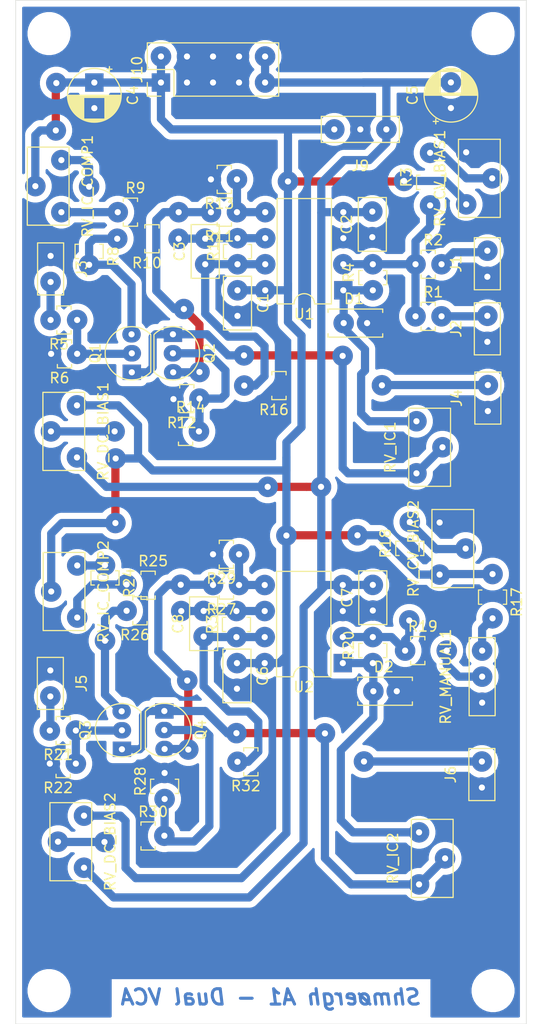
<source format=kicad_pcb>
(kicad_pcb (version 20171130) (host pcbnew "(5.1.7-0-10_14)")
  (layers (0 F.Cu signal) (31 B.Cu signal) (34 B.Paste user) (35 F.Paste user) (36 B.SilkS user) (37 F.SilkS user hide) (38 B.Mask user) (39 F.Mask user) (44 Edge.Cuts user))
  (net 0 "")
  (net 1 GND)
  (net 2 +12V)
  (net 3 -12V)
  (net 4 "Net-(C3-Pad1)")
  (net 5 "Net-(C3-Pad2)")
  (net 6 "Net-(C8-Pad2)")
  (net 7 "Net-(C8-Pad1)")
  (net 8 "Net-(D1-Pad1)")
  (net 9 "Net-(D2-Pad1)")
  (net 10 "Net-(J1-Pad1)")
  (net 11 "Net-(J2-Pad1)")
  (net 12 "Net-(J3-Pad1)")
  (net 13 "Net-(J4-Pad1)")
  (net 14 "Net-(J5-Pad1)")
  (net 15 "Net-(J6-Pad1)")
  (net 16 "Net-(Q1-Pad1)")
  (net 17 "Net-(Q1-Pad3)")
  (net 18 "Net-(Q1-Pad2)")
  (net 19 "Net-(Q2-Pad2)")
  (net 20 "Net-(Q2-Pad3)")
  (net 21 "Net-(Q3-Pad1)")
  (net 22 "Net-(Q3-Pad3)")
  (net 23 "Net-(Q3-Pad2)")
  (net 24 "Net-(Q4-Pad2)")
  (net 25 "Net-(Q4-Pad3)")
  (net 26 "Net-(R1-Pad1)")
  (net 27 "Net-(R3-Pad2)")
  (net 28 "Net-(R8-Pad1)")
  (net 29 "Net-(R9-Pad1)")
  (net 30 "Net-(R11-Pad1)")
  (net 31 "Net-(R14-Pad1)")
  (net 32 "Net-(R17-Pad2)")
  (net 33 "Net-(R18-Pad2)")
  (net 34 "Net-(R18-Pad1)")
  (net 35 "Net-(R19-Pad2)")
  (net 36 "Net-(R24-Pad1)")
  (net 37 "Net-(R25-Pad1)")
  (net 38 "Net-(R27-Pad1)")
  (net 39 "Net-(R30-Pad1)")
  (module Zimo_Manual_PCB:R_Axial_Vertical (layer F.Cu) (at 113.3348 84.582 180)
    (fp_text reference R12 (at 1.7272 -2.3622) (layer F.SilkS))
    (fp_text value 220)
    (pad 1 thru_hole circle (at 0 0 180) (size 2 2) (drill 0.6) (layers *.Cu *.Mask) (net 19 "Net-(Q2-Pad2)"))
    (pad 2 thru_hole oval (at 2.54 -0.0508 180) (size 2 2) (drill 0.6) (layers *.Cu *.Mask) (net 1 GND))
  )
  (module MountingHole:MountingHole_3mm (layer F.Cu) (at 98.6536 142.3416)
    (fp_text reference REF** hide)
    (fp_text value MountingHole_3mm hide)
    (pad 1 np_thru_hole circle (at 0 0) (size 3 3) (drill 3) (layers *.Cu *.Mask))
  )
  (module MountingHole:MountingHole_3mm (layer F.Cu) (at 141.986 142.3416)
    (fp_text reference REF** hide)
    (fp_text value MountingHole_3mm hide)
    (pad 1 np_thru_hole circle (at 0 0) (size 3 3) (drill 3) (layers *.Cu *.Mask))
  )
  (module MountingHole:MountingHole_3mm (layer F.Cu) (at 141.986 48.9712)
    (fp_text reference REF** hide)
    (fp_text value MountingHole_3mm hide)
    (pad 1 np_thru_hole circle (at 0 0) (size 3 3) (drill 3) (layers *.Cu *.Mask))
  )
  (module MountingHole:MountingHole_3mm (layer F.Cu) (at 98.6536 48.9712)
    (fp_text reference REF** hide)
    (fp_text value MountingHole_3mm hide)
    (pad 1 np_thru_hole circle (at 0 0) (size 3 3) (drill 3) (layers *.Cu *.Mask))
  )
  (module Zimo_Manual_PCB:C_Disc_D5.0mm_W2.5mm_P2.50mm (layer F.Cu) (at 117.0432 74.0156 270)
    (fp_text reference C1 (at 1.25 -2.5 90) (layer F.SilkS))
    (fp_text value 100n)
    (pad 2 thru_hole circle (at 2.5 0 270) (size 2 2) (drill 0.6) (layers *.Cu *.Mask) (net 1 GND))
    (pad 1 thru_hole circle (at 0 0 270) (size 2 2) (drill 0.6) (layers *.Cu *.Mask) (net 2 +12V))
  )
  (module Zimo_Manual_PCB:C_Disc_D5.0mm_W2.5mm_P2.50mm (layer F.Cu) (at 130.2004 68.834 90)
    (fp_text reference C2 (at 1.25 -2.5 90) (layer F.SilkS))
    (fp_text value 100n)
    (pad 2 thru_hole circle (at 2.5 0 90) (size 2 2) (drill 0.6) (layers *.Cu *.Mask) (net 3 -12V))
    (pad 1 thru_hole circle (at 0 0 90) (size 2 2) (drill 0.6) (layers *.Cu *.Mask) (net 1 GND))
  )
  (module Zimo_Manual_PCB:C_Disc_D5.0mm_W2.5mm_P2.50mm (layer F.Cu) (at 113.8936 71.4756 90)
    (fp_text reference C3 (at 1.25 -2.5 90) (layer F.SilkS))
    (fp_text value 47p)
    (pad 1 thru_hole circle (at 0 0 90) (size 2 2) (drill 0.6) (layers *.Cu *.Mask) (net 4 "Net-(C3-Pad1)"))
    (pad 2 thru_hole circle (at 2.5 0 90) (size 2 2) (drill 0.6) (layers *.Cu *.Mask) (net 5 "Net-(C3-Pad2)"))
  )
  (module Zimo_Manual_PCB:C_Disc_D5.0mm_W2.5mm_P2.50mm (layer F.Cu) (at 116.9924 110.3884 270)
    (fp_text reference C6 (at 1.25 -2.5 90) (layer F.SilkS))
    (fp_text value 100n)
    (pad 1 thru_hole circle (at 0 0 270) (size 2 2) (drill 0.6) (layers *.Cu *.Mask) (net 2 +12V))
    (pad 2 thru_hole circle (at 2.5 0 270) (size 2 2) (drill 0.6) (layers *.Cu *.Mask) (net 1 GND))
  )
  (module Zimo_Manual_PCB:C_Disc_D5.0mm_W2.5mm_P2.50mm (layer F.Cu) (at 130.2512 105.2576 90)
    (fp_text reference C7 (at 1.25 -2.5 90) (layer F.SilkS))
    (fp_text value 100n)
    (pad 1 thru_hole circle (at 0 0 90) (size 2 2) (drill 0.6) (layers *.Cu *.Mask) (net 1 GND))
    (pad 2 thru_hole circle (at 2.5 0 90) (size 2 2) (drill 0.6) (layers *.Cu *.Mask) (net 3 -12V))
  )
  (module Zimo_Manual_PCB:C_Disc_D5.0mm_W2.5mm_P2.50mm (layer F.Cu) (at 113.7412 107.7976 90)
    (fp_text reference C8 (at 1.25 -2.5 90) (layer F.SilkS))
    (fp_text value 47p)
    (pad 2 thru_hole circle (at 2.5 0 90) (size 2 2) (drill 0.6) (layers *.Cu *.Mask) (net 6 "Net-(C8-Pad2)"))
    (pad 1 thru_hole circle (at 0 0 90) (size 2 2) (drill 0.6) (layers *.Cu *.Mask) (net 7 "Net-(C8-Pad1)"))
  )
  (module Zimo_Manual_PCB:D_Axial-Vertical (layer F.Cu) (at 127.4064 77.216)
    (fp_text reference D1 (at 1.016 -2.37) (layer F.SilkS))
    (fp_text value 1N4148)
    (pad 2 thru_hole oval (at 2.286 0) (size 2 2) (drill 0.6) (layers *.Cu *.Mask) (net 1 GND))
    (pad 1 thru_hole circle (at 0 0) (size 2 2) (drill 0.6) (layers *.Cu *.Mask) (net 8 "Net-(D1-Pad1)"))
  )
  (module Zimo_Manual_PCB:D_Axial-Vertical (layer F.Cu) (at 130.302 113.1316)
    (fp_text reference D2 (at 1.016 -2.37) (layer F.SilkS))
    (fp_text value 1N4148)
    (pad 1 thru_hole circle (at 0 0) (size 2 2) (drill 0.6) (layers *.Cu *.Mask) (net 9 "Net-(D2-Pad1)"))
    (pad 2 thru_hole oval (at 2.286 0) (size 2 2) (drill 0.6) (layers *.Cu *.Mask) (net 1 GND))
  )
  (module Zimo_Manual_PCB:NSL25_01x02_Vertical (layer F.Cu) (at 141.4272 70.1548 270)
    (fp_text reference J1 (at 1.27 3.048 90) (layer F.SilkS))
    (fp_text value MOD_CV_IN)
    (pad 2 thru_hole circle (at 2.54 0 270) (size 2 2) (drill 0.6) (layers *.Cu *.Mask) (net 1 GND))
    (pad 1 thru_hole circle (at 0 0 270) (size 2 2) (drill 0.6) (layers *.Cu *.Mask) (net 10 "Net-(J1-Pad1)"))
  )
  (module Zimo_Manual_PCB:NSL25_01x02_Vertical (layer F.Cu) (at 141.4272 76.5048 270)
    (fp_text reference J2 (at 1.27 3.048 90) (layer F.SilkS))
    (fp_text value CV_IN)
    (pad 1 thru_hole circle (at 0 0 270) (size 2 2) (drill 0.6) (layers *.Cu *.Mask) (net 11 "Net-(J2-Pad1)"))
    (pad 2 thru_hole circle (at 2.54 0 270) (size 2 2) (drill 0.6) (layers *.Cu *.Mask) (net 1 GND))
  )
  (module Zimo_Manual_PCB:NSL25_01x02_Vertical (layer F.Cu) (at 98.806 73.2028 90)
    (fp_text reference J3 (at 1.27 3.048 90) (layer F.SilkS))
    (fp_text value SIGNAL_IN)
    (pad 1 thru_hole circle (at 0 0 90) (size 2 2) (drill 0.6) (layers *.Cu *.Mask) (net 12 "Net-(J3-Pad1)"))
    (pad 2 thru_hole circle (at 2.54 0 90) (size 2 2) (drill 0.6) (layers *.Cu *.Mask) (net 1 GND))
  )
  (module Zimo_Manual_PCB:NSL25_01x02_Vertical (layer F.Cu) (at 141.478 83.2612 270)
    (fp_text reference J4 (at 1.27 3.048 90) (layer F.SilkS))
    (fp_text value AUDIO_OUT)
    (pad 2 thru_hole circle (at 2.54 0 270) (size 2 2) (drill 0.6) (layers *.Cu *.Mask) (net 1 GND))
    (pad 1 thru_hole circle (at 0 0 270) (size 2 2) (drill 0.6) (layers *.Cu *.Mask) (net 13 "Net-(J4-Pad1)"))
  )
  (module Zimo_Manual_PCB:NSL25_01x02_Vertical (layer F.Cu) (at 98.7806 113.6396 90)
    (fp_text reference J5 (at 1.27 3.048 90) (layer F.SilkS))
    (fp_text value "LFO IN")
    (pad 1 thru_hole circle (at 0 0 90) (size 2 2) (drill 0.6) (layers *.Cu *.Mask) (net 14 "Net-(J5-Pad1)"))
    (pad 2 thru_hole circle (at 2.54 0 90) (size 2 2) (drill 0.6) (layers *.Cu *.Mask) (net 1 GND))
  )
  (module Zimo_Manual_PCB:NSL25_01x02_Vertical (layer F.Cu) (at 140.8938 119.9896 270)
    (fp_text reference J6 (at 1.27 3.048 90) (layer F.SilkS))
    (fp_text value LFO_OUT)
    (pad 2 thru_hole circle (at 2.54 0 270) (size 2 2) (drill 0.6) (layers *.Cu *.Mask) (net 1 GND))
    (pad 1 thru_hole circle (at 0 0 270) (size 2 2) (drill 0.6) (layers *.Cu *.Mask) (net 15 "Net-(J6-Pad1)"))
  )
  (module Zimo_Manual_PCB:NSL25_01x03_Vertical (layer F.Cu) (at 126.492 58.3184)
    (fp_text reference J9 (at 2.54 3.556) (layer F.SilkS))
    (fp_text value "Custom Power")
    (pad 1 thru_hole circle (at 0 0) (size 2 2) (drill 0.6) (layers *.Cu *.Mask) (net 2 +12V))
    (pad 2 thru_hole circle (at 2.54 0) (size 2 2) (drill 0.6) (layers *.Cu *.Mask) (net 1 GND))
    (pad 3 thru_hole circle (at 5.08 0) (size 2 2) (drill 0.6) (layers *.Cu *.Mask) (net 3 -12V))
  )
  (module Zimo_Manual_PCB:Eurorack_Power_Supply (layer F.Cu) (at 109.5756 53.7464 90)
    (fp_text reference J10 (at 1.27 -2.33 90) (layer F.SilkS))
    (fp_text value "Eurorack Power")
    (pad 10 thru_hole oval (at 2.54 10.16 90) (size 2 2) (drill 0.6) (layers *.Cu *.Mask) (net 3 -12V))
    (pad 9 thru_hole oval (at 0 10.16 90) (size 2 2) (drill 0.6) (layers *.Cu *.Mask) (net 3 -12V))
    (pad 8 thru_hole oval (at 2.54 7.62 90) (size 2 2) (drill 0.6) (layers *.Cu *.Mask) (net 1 GND))
    (pad 7 thru_hole oval (at 0 7.62 90) (size 2 2) (drill 0.6) (layers *.Cu *.Mask) (net 1 GND))
    (pad 6 thru_hole oval (at 2.54 5.08 90) (size 2 2) (drill 0.6) (layers *.Cu *.Mask) (net 1 GND))
    (pad 5 thru_hole oval (at 0 5.08 90) (size 2 2) (drill 0.6) (layers *.Cu *.Mask) (net 1 GND))
    (pad 4 thru_hole oval (at 2.54 2.54 90) (size 2 2) (drill 0.6) (layers *.Cu *.Mask) (net 1 GND))
    (pad 3 thru_hole oval (at 0 2.54 90) (size 2 2) (drill 0.6) (layers *.Cu *.Mask) (net 1 GND))
    (pad 2 thru_hole oval (at 2.54 0 90) (size 2 2) (drill 0.6) (layers *.Cu *.Mask) (net 2 +12V))
    (pad 1 thru_hole rect (at 0 0 90) (size 1.8 1.8) (drill 0.6) (layers *.Cu *.Mask) (net 2 +12V))
  )
  (module Zimo_Manual_PCB:TO-92_Inline (layer F.Cu) (at 106.7308 81.4324 90)
    (fp_text reference Q1 (at 1.27 -3.56 90) (layer F.SilkS))
    (fp_text value 2N3904)
    (pad 1 thru_hole rect (at -0.5842 0 90) (size 1.5 1.8) (drill 0.6) (layers *.Cu *.Mask) (net 16 "Net-(Q1-Pad1)"))
    (pad 3 thru_hole oval (at 3.1242 -0.0254 90) (size 1.6 1.8) (drill 0.6) (layers *.Cu *.Mask) (net 17 "Net-(Q1-Pad3)"))
    (pad 2 thru_hole oval (at 1.27 0 90) (size 1.6 1.8) (drill 0.6) (layers *.Cu *.Mask) (net 18 "Net-(Q1-Pad2)"))
  )
  (module Zimo_Manual_PCB:TO-92_Inline (layer F.Cu) (at 110.744 78.8924 270)
    (fp_text reference Q2 (at 1.27 -3.56 90) (layer F.SilkS))
    (fp_text value 2N3904)
    (pad 2 thru_hole oval (at 1.27 0 270) (size 1.6 1.8) (drill 0.6) (layers *.Cu *.Mask) (net 19 "Net-(Q2-Pad2)"))
    (pad 3 thru_hole oval (at 3.1242 -0.0254 270) (size 1.6 1.8) (drill 0.6) (layers *.Cu *.Mask) (net 20 "Net-(Q2-Pad3)"))
    (pad 1 thru_hole rect (at -0.5842 0 270) (size 1.5 1.8) (drill 0.6) (layers *.Cu *.Mask) (net 16 "Net-(Q1-Pad1)"))
  )
  (module Zimo_Manual_PCB:TO-92_Inline (layer F.Cu) (at 105.7656 118.2116 90)
    (fp_text reference Q3 (at 1.27 -3.56 90) (layer F.SilkS))
    (fp_text value 2N3904)
    (pad 1 thru_hole rect (at -0.5842 0 90) (size 1.5 1.8) (drill 0.6) (layers *.Cu *.Mask) (net 21 "Net-(Q3-Pad1)"))
    (pad 3 thru_hole oval (at 3.1242 -0.0254 90) (size 1.6 1.8) (drill 0.6) (layers *.Cu *.Mask) (net 22 "Net-(Q3-Pad3)"))
    (pad 2 thru_hole oval (at 1.27 0 90) (size 1.6 1.8) (drill 0.6) (layers *.Cu *.Mask) (net 23 "Net-(Q3-Pad2)"))
  )
  (module Zimo_Manual_PCB:TO-92_Inline (layer F.Cu) (at 109.9058 115.6462 270)
    (fp_text reference Q4 (at 1.27 -3.56 90) (layer F.SilkS))
    (fp_text value 2N3904)
    (pad 2 thru_hole oval (at 1.27 0 270) (size 1.6 1.8) (drill 0.6) (layers *.Cu *.Mask) (net 24 "Net-(Q4-Pad2)"))
    (pad 3 thru_hole oval (at 3.1242 -0.0254 270) (size 1.6 1.8) (drill 0.6) (layers *.Cu *.Mask) (net 25 "Net-(Q4-Pad3)"))
    (pad 1 thru_hole rect (at -0.5842 0 270) (size 1.5 1.8) (drill 0.6) (layers *.Cu *.Mask) (net 21 "Net-(Q3-Pad1)"))
  )
  (module Zimo_Manual_PCB:R_Axial_Vertical (layer F.Cu) (at 134.4168 76.5556)
    (fp_text reference R1 (at 1.7272 -2.3622) (layer F.SilkS))
    (fp_text value 470k)
    (pad 1 thru_hole circle (at 0 0) (size 2 2) (drill 0.6) (layers *.Cu *.Mask) (net 26 "Net-(R1-Pad1)"))
    (pad 2 thru_hole oval (at 2.54 0) (size 2 2) (drill 0.6) (layers *.Cu *.Mask) (net 11 "Net-(J2-Pad1)"))
  )
  (module Zimo_Manual_PCB:R_Axial_Vertical (layer F.Cu) (at 134.4168 71.4756)
    (fp_text reference R2 (at 1.7272 -2.3622) (layer F.SilkS))
    (fp_text value 150k)
    (pad 1 thru_hole circle (at 0 0) (size 2 2) (drill 0.6) (layers *.Cu *.Mask) (net 26 "Net-(R1-Pad1)"))
    (pad 2 thru_hole oval (at 2.54 0) (size 2 2) (drill 0.6) (layers *.Cu *.Mask) (net 10 "Net-(J1-Pad1)"))
  )
  (module Zimo_Manual_PCB:R_Axial_Vertical (layer F.Cu) (at 135.89 64.7192 90)
    (fp_text reference R3 (at 1.7272 -2.3622 90) (layer F.SilkS))
    (fp_text value 240k)
    (pad 2 thru_hole oval (at 4.1148 -0.0508 90) (size 2 2) (drill 0.6) (layers *.Cu *.Mask) (net 27 "Net-(R3-Pad2)"))
    (pad 1 thru_hole circle (at -1.016 -0.0508 90) (size 2 2) (drill 0.6) (layers *.Cu *.Mask) (net 26 "Net-(R1-Pad1)"))
  )
  (module Zimo_Manual_PCB:R_Axial_Vertical (layer F.Cu) (at 130.2512 74.0156 90)
    (fp_text reference R4 (at 1.7272 -2.3622 90) (layer F.SilkS))
    (fp_text value 33k)
    (pad 2 thru_hole oval (at 2.54 0 90) (size 2 2) (drill 0.6) (layers *.Cu *.Mask) (net 26 "Net-(R1-Pad1)"))
    (pad 1 thru_hole circle (at 0 0 90) (size 2 2) (drill 0.6) (layers *.Cu *.Mask) (net 8 "Net-(D1-Pad1)"))
  )
  (module Zimo_Manual_PCB:R_Axial_Vertical (layer F.Cu) (at 101.346 76.9112 180)
    (fp_text reference R5 (at 1.7272 -2.3622) (layer F.SilkS))
    (fp_text value 100k)
    (pad 1 thru_hole circle (at -0.0508 0 180) (size 2 2) (drill 0.6) (layers *.Cu *.Mask) (net 18 "Net-(Q1-Pad2)"))
    (pad 2 thru_hole oval (at 2.54 0 180) (size 2 2) (drill 0.6) (layers *.Cu *.Mask) (net 12 "Net-(J3-Pad1)"))
  )
  (module Zimo_Manual_PCB:R_Axial_Vertical (layer F.Cu) (at 101.3968 80.2132 180)
    (fp_text reference R6 (at 1.7272 -2.3622) (layer F.SilkS))
    (fp_text value 220)
    (pad 1 thru_hole circle (at 0 0 180) (size 2 2) (drill 0.6) (layers *.Cu *.Mask) (net 18 "Net-(Q1-Pad2)"))
    (pad 2 thru_hole oval (at 2.54 0 180) (size 2 2) (drill 0.6) (layers *.Cu *.Mask) (net 1 GND))
  )
  (module Zimo_Manual_PCB:R_Axial_Vertical (layer F.Cu) (at 102.5652 68.9864 270)
    (fp_text reference R8 (at 1.7272 -2.3622 90) (layer F.SilkS))
    (fp_text value 100k)
    (pad 1 thru_hole circle (at -5.08 0 270) (size 2 2) (drill 0.6) (layers *.Cu *.Mask) (net 28 "Net-(R8-Pad1)"))
    (pad 2 thru_hole oval (at 2.54 0 270) (size 2 2) (drill 0.6) (layers *.Cu *.Mask) (net 17 "Net-(Q1-Pad3)"))
  )
  (module Zimo_Manual_PCB:R_Axial_Vertical (layer F.Cu) (at 105.3592 66.3956)
    (fp_text reference R9 (at 1.7272 -2.3622) (layer F.SilkS))
    (fp_text value 100k)
    (pad 2 thru_hole oval (at 5.9436 0) (size 2 2) (drill 0.6) (layers *.Cu *.Mask) (net 20 "Net-(Q2-Pad3)"))
    (pad 1 thru_hole circle (at 0 0) (size 2 2) (drill 0.6) (layers *.Cu *.Mask) (net 29 "Net-(R9-Pad1)"))
  )
  (module Zimo_Manual_PCB:R_Axial_Vertical (layer F.Cu) (at 109.9312 68.9864 180)
    (fp_text reference R10 (at 1.7272 -2.3622) (layer F.SilkS))
    (fp_text value 10k)
    (pad 2 thru_hole oval (at 4.6228 0 180) (size 2 2) (drill 0.6) (layers *.Cu *.Mask) (net 17 "Net-(Q1-Pad3)"))
    (pad 1 thru_hole circle (at -1.3716 0 180) (size 2 2) (drill 0.6) (layers *.Cu *.Mask) (net 5 "Net-(C3-Pad2)"))
  )
  (module Zimo_Manual_PCB:R_Axial_Vertical (layer F.Cu) (at 116.9924 66.3956 180)
    (fp_text reference R11 (at 1.7272 -2.3622) (layer F.SilkS))
    (fp_text value 10k)
    (pad 1 thru_hole circle (at 0 0 180) (size 2 2) (drill 0.6) (layers *.Cu *.Mask) (net 30 "Net-(R11-Pad1)"))
    (pad 2 thru_hole oval (at 2.54 0 180) (size 2 2) (drill 0.6) (layers *.Cu *.Mask) (net 20 "Net-(Q2-Pad3)"))
  )
  (module Zimo_Manual_PCB:R_Axial_Vertical (layer F.Cu) (at 116.9924 63.1952 180)
    (fp_text reference R13 (at 1.7272 -2.3622) (layer F.SilkS))
    (fp_text value 680k)
    (pad 2 thru_hole oval (at 2.54 0 180) (size 2 2) (drill 0.6) (layers *.Cu *.Mask) (net 1 GND))
    (pad 1 thru_hole circle (at 0 0 180) (size 2 2) (drill 0.6) (layers *.Cu *.Mask) (net 30 "Net-(R11-Pad1)"))
  )
  (module Zimo_Manual_PCB:R_Axial_Vertical (layer F.Cu) (at 110.744 87.7824)
    (fp_text reference R14 (at 1.7272 -2.3622) (layer F.SilkS))
    (fp_text value 1M)
    (pad 1 thru_hole circle (at -5.6896 0) (size 2 2) (drill 0.6) (layers *.Cu *.Mask) (net 31 "Net-(R14-Pad1)"))
    (pad 2 thru_hole oval (at 2.54 0) (size 2 2) (drill 0.6) (layers *.Cu *.Mask) (net 19 "Net-(Q2-Pad2)"))
  )
  (module Zimo_Manual_PCB:R_Axial_Vertical (layer F.Cu) (at 117.0432 71.4756 90)
    (fp_text reference R15 (at 1.7272 -2.3622 90) (layer F.SilkS))
    (fp_text value 680k)
    (pad 1 thru_hole circle (at 0 0 90) (size 2 2) (drill 0.6) (layers *.Cu *.Mask) (net 4 "Net-(C3-Pad1)"))
    (pad 2 thru_hole oval (at 2.54 0 90) (size 2 2) (drill 0.6) (layers *.Cu *.Mask) (net 5 "Net-(C3-Pad2)"))
  )
  (module Zimo_Manual_PCB:R_Axial_Vertical (layer F.Cu) (at 122.3264 83.312 180)
    (fp_text reference R16 (at 1.7272 -2.3622) (layer F.SilkS))
    (fp_text value 1k)
    (pad 2 thru_hole oval (at 4.6228 0 180) (size 2 2) (drill 0.6) (layers *.Cu *.Mask) (net 4 "Net-(C3-Pad1)"))
    (pad 1 thru_hole circle (at -8.8138 0.0254 180) (size 2 2) (drill 0.6) (layers *.Cu *.Mask) (net 13 "Net-(J4-Pad1)"))
  )
  (module Zimo_Manual_PCB:R_Axial_Vertical (layer F.Cu) (at 141.9352 102.7176 270)
    (fp_text reference R17 (at 1.7272 -2.3622 90) (layer F.SilkS))
    (fp_text value 4.7k)
    (pad 2 thru_hole oval (at 3.302 0 270) (size 2 2) (drill 0.6) (layers *.Cu *.Mask) (net 32 "Net-(R17-Pad2)"))
    (pad 1 thru_hole circle (at -1.016 0 270) (size 2 2) (drill 0.6) (layers *.Cu *.Mask) (net 2 +12V))
  )
  (module Zimo_Manual_PCB:R_Axial_Vertical (layer F.Cu) (at 133.858 100.4316 90)
    (fp_text reference R18 (at 1.7272 -2.3622 90) (layer F.SilkS))
    (fp_text value 240k)
    (pad 2 thru_hole oval (at 3.81 0 90) (size 2 2) (drill 0.6) (layers *.Cu *.Mask) (net 33 "Net-(R18-Pad2)"))
    (pad 1 thru_hole circle (at -5.7912 -0.0508 90) (size 2 2) (drill 0.6) (layers *.Cu *.Mask) (net 34 "Net-(R18-Pad1)"))
  )
  (module Zimo_Manual_PCB:R_Axial_Vertical (layer F.Cu) (at 133.4008 109.1692)
    (fp_text reference R19 (at 1.7272 -2.3622) (layer F.SilkS))
    (fp_text value 200k)
    (pad 1 thru_hole circle (at 0 0) (size 2 2) (drill 0.6) (layers *.Cu *.Mask) (net 34 "Net-(R18-Pad1)"))
    (pad 2 thru_hole oval (at 4.064 0) (size 2 2) (drill 0.6) (layers *.Cu *.Mask) (net 35 "Net-(R19-Pad2)"))
  )
  (module Zimo_Manual_PCB:R_Axial_Vertical (layer F.Cu) (at 130.2512 110.3884 90)
    (fp_text reference R20 (at 1.7272 -2.3622 90) (layer F.SilkS))
    (fp_text value 33k)
    (pad 2 thru_hole oval (at 2.54 0 90) (size 2 2) (drill 0.6) (layers *.Cu *.Mask) (net 34 "Net-(R18-Pad1)"))
    (pad 1 thru_hole circle (at 0 0 90) (size 2 2) (drill 0.6) (layers *.Cu *.Mask) (net 9 "Net-(D2-Pad1)"))
  )
  (module Zimo_Manual_PCB:R_Axial_Vertical (layer F.Cu) (at 101.2698 116.967 180)
    (fp_text reference R21 (at 1.7272 -2.3622) (layer F.SilkS))
    (fp_text value 100k)
    (pad 1 thru_hole circle (at 0 0 180) (size 2 2) (drill 0.6) (layers *.Cu *.Mask) (net 23 "Net-(Q3-Pad2)"))
    (pad 2 thru_hole oval (at 2.54 0 180) (size 2 2) (drill 0.6) (layers *.Cu *.Mask) (net 14 "Net-(J5-Pad1)"))
  )
  (module Zimo_Manual_PCB:R_Axial_Vertical (layer F.Cu) (at 101.2698 120.1928 180)
    (fp_text reference R22 (at 1.7272 -2.3622) (layer F.SilkS))
    (fp_text value 220)
    (pad 2 thru_hole oval (at 2.54 0 180) (size 2 2) (drill 0.6) (layers *.Cu *.Mask) (net 1 GND))
    (pad 1 thru_hole circle (at 0 0 180) (size 2 2) (drill 0.6) (layers *.Cu *.Mask) (net 23 "Net-(Q3-Pad2)"))
  )
  (module Zimo_Manual_PCB:R_Axial_Vertical (layer F.Cu) (at 104.1146 100.838 270)
    (fp_text reference R24 (at 1.7272 -2.3622 90) (layer F.SilkS))
    (fp_text value 100k)
    (pad 1 thru_hole circle (at 0 0 270) (size 2 2) (drill 0.6) (layers *.Cu *.Mask) (net 36 "Net-(R24-Pad1)"))
    (pad 2 thru_hole oval (at 7.366 0 270) (size 2 2) (drill 0.6) (layers *.Cu *.Mask) (net 22 "Net-(Q3-Pad3)"))
  )
  (module Zimo_Manual_PCB:R_Axial_Vertical (layer F.Cu) (at 107.0864 102.7938)
    (fp_text reference R25 (at 1.7272 -2.3622) (layer F.SilkS))
    (fp_text value 100k)
    (pad 1 thru_hole circle (at -0.8636 -0.0762) (size 2 2) (drill 0.6) (layers *.Cu *.Mask) (net 37 "Net-(R25-Pad1)"))
    (pad 2 thru_hole oval (at 4.4196 -0.0508) (size 2 2) (drill 0.6) (layers *.Cu *.Mask) (net 25 "Net-(Q4-Pad3)"))
  )
  (module Zimo_Manual_PCB:R_Axial_Vertical (layer F.Cu) (at 108.7628 105.283 180)
    (fp_text reference R26 (at 1.7272 -2.3622) (layer F.SilkS))
    (fp_text value 10k)
    (pad 2 thru_hole oval (at 2.54 0 180) (size 2 2) (drill 0.6) (layers *.Cu *.Mask) (net 22 "Net-(Q3-Pad3)"))
    (pad 1 thru_hole circle (at -2.794 -0.0254 180) (size 2 2) (drill 0.6) (layers *.Cu *.Mask) (net 6 "Net-(C8-Pad2)"))
  )
  (module Zimo_Manual_PCB:R_Axial_Vertical (layer F.Cu) (at 117.1956 102.7684 180)
    (fp_text reference R27 (at 1.7272 -2.3622) (layer F.SilkS))
    (fp_text value 10k)
    (pad 1 thru_hole circle (at 0 0 180) (size 2 2) (drill 0.6) (layers *.Cu *.Mask) (net 38 "Net-(R27-Pad1)"))
    (pad 2 thru_hole oval (at 2.54 0 180) (size 2 2) (drill 0.6) (layers *.Cu *.Mask) (net 25 "Net-(Q4-Pad3)"))
  )
  (module Zimo_Manual_PCB:R_Axial_Vertical (layer F.Cu) (at 109.9312 123.6472 90)
    (fp_text reference R28 (at 1.7272 -2.3622 90) (layer F.SilkS))
    (fp_text value 220)
    (pad 2 thru_hole oval (at 2.54 0 90) (size 2 2) (drill 0.6) (layers *.Cu *.Mask) (net 1 GND))
    (pad 1 thru_hole circle (at 0 0 90) (size 2 2) (drill 0.6) (layers *.Cu *.Mask) (net 24 "Net-(Q4-Pad2)"))
  )
  (module Zimo_Manual_PCB:R_Axial_Vertical (layer F.Cu) (at 117.1956 99.7712 180)
    (fp_text reference R29 (at 1.7272 -2.3622) (layer F.SilkS))
    (fp_text value 680k)
    (pad 2 thru_hole oval (at 2.54 0 180) (size 2 2) (drill 0.6) (layers *.Cu *.Mask) (net 1 GND))
    (pad 1 thru_hole circle (at 0 0 180) (size 2 2) (drill 0.6) (layers *.Cu *.Mask) (net 38 "Net-(R27-Pad1)"))
  )
  (module Zimo_Manual_PCB:R_Axial_Vertical (layer F.Cu) (at 107.0864 127.254)
    (fp_text reference R30 (at 1.7272 -2.3622) (layer F.SilkS))
    (fp_text value 1M)
    (pad 1 thru_hole circle (at -3.0226 0.5842) (size 2 2) (drill 0.6) (layers *.Cu *.Mask) (net 39 "Net-(R30-Pad1)"))
    (pad 2 thru_hole oval (at 2.8194 -0.0254) (size 2 2) (drill 0.6) (layers *.Cu *.Mask) (net 24 "Net-(Q4-Pad2)"))
  )
  (module Zimo_Manual_PCB:R_Axial_Vertical (layer F.Cu) (at 116.9416 107.8484 90)
    (fp_text reference R31 (at 1.7272 -2.3622 90) (layer F.SilkS))
    (fp_text value 680k)
    (pad 1 thru_hole circle (at 0 0 90) (size 2 2) (drill 0.6) (layers *.Cu *.Mask) (net 7 "Net-(C8-Pad1)"))
    (pad 2 thru_hole oval (at 2.54 0 90) (size 2 2) (drill 0.6) (layers *.Cu *.Mask) (net 6 "Net-(C8-Pad2)"))
  )
  (module Zimo_Manual_PCB:R_Axial_Vertical (layer F.Cu) (at 119.5832 120.015 180)
    (fp_text reference R32 (at 1.7272 -2.3622) (layer F.SilkS))
    (fp_text value 1k)
    (pad 2 thru_hole oval (at 2.54 0 180) (size 2 2) (drill 0.6) (layers *.Cu *.Mask) (net 7 "Net-(C8-Pad1)"))
    (pad 1 thru_hole circle (at -9.8044 0.0254 180) (size 2 2) (drill 0.6) (layers *.Cu *.Mask) (net 15 "Net-(J6-Pad1)"))
  )
  (module Zimo_Manual_PCB:TrimPot_Vertical (layer F.Cu) (at 140.3604 60.5536 270)
    (fp_text reference RV_CV_BIAS1 (at 2.54 3.556 90) (layer F.SilkS))
    (fp_text value 100k)
    (pad 1 thru_hole circle (at 0 1 270) (size 2 2) (drill 0.6) (layers *.Cu *.Mask) (net 1 GND))
    (pad 2 thru_hole circle (at 2.54 -1.54 270) (size 2 2) (drill 0.6) (layers *.Cu *.Mask) (net 27 "Net-(R3-Pad2)"))
    (pad 3 thru_hole circle (at 5.08 1 270) (size 2 2) (drill 0.6) (layers *.Cu *.Mask) (net 2 +12V))
  )
  (module Zimo_Manual_PCB:TrimPot_Vertical (layer F.Cu) (at 137.7696 96.6724 270)
    (fp_text reference RV_CV_BIAS2 (at 2.54 3.556 90) (layer F.SilkS))
    (fp_text value 100k)
    (pad 3 thru_hole circle (at 5.08 1 270) (size 2 2) (drill 0.6) (layers *.Cu *.Mask) (net 2 +12V))
    (pad 2 thru_hole circle (at 2.54 -1.54 270) (size 2 2) (drill 0.6) (layers *.Cu *.Mask) (net 33 "Net-(R18-Pad2)"))
    (pad 1 thru_hole circle (at 0 1 270) (size 2 2) (drill 0.6) (layers *.Cu *.Mask) (net 1 GND))
  )
  (module Zimo_Manual_PCB:TrimPot_Vertical (layer F.Cu) (at 100.3808 90.3224 90)
    (fp_text reference RV_DC_BIAS1 (at 2.54 3.556 90) (layer F.SilkS))
    (fp_text value 100k)
    (pad 3 thru_hole circle (at 5.08 1 90) (size 2 2) (drill 0.6) (layers *.Cu *.Mask) (net 2 +12V))
    (pad 2 thru_hole circle (at 2.54 -1.54 90) (size 2 2) (drill 0.6) (layers *.Cu *.Mask) (net 31 "Net-(R14-Pad1)"))
    (pad 1 thru_hole circle (at 0 1 90) (size 2 2) (drill 0.6) (layers *.Cu *.Mask) (net 3 -12V))
  )
  (module Zimo_Manual_PCB:TrimPot_Vertical (layer F.Cu) (at 101.0666 130.3528 90)
    (fp_text reference RV_DC_BIAS2 (at 2.54 3.556 90) (layer F.SilkS))
    (fp_text value 100k)
    (pad 3 thru_hole circle (at 5.08 1 90) (size 2 2) (drill 0.6) (layers *.Cu *.Mask) (net 2 +12V))
    (pad 2 thru_hole circle (at 2.54 -1.54 90) (size 2 2) (drill 0.6) (layers *.Cu *.Mask) (net 39 "Net-(R30-Pad1)"))
    (pad 1 thru_hole circle (at 0 1 90) (size 2 2) (drill 0.6) (layers *.Cu *.Mask) (net 3 -12V))
  )
  (module Zimo_Manual_PCB:TrimPot_Vertical (layer F.Cu) (at 98.8568 66.3956 90)
    (fp_text reference RV_IC_COMP1 (at 2.54 3.556 90) (layer F.SilkS))
    (fp_text value 2.2k)
    (pad 1 thru_hole circle (at 0 1 90) (size 2 2) (drill 0.6) (layers *.Cu *.Mask) (net 29 "Net-(R9-Pad1)"))
    (pad 2 thru_hole circle (at 2.54 -1.54 90) (size 2 2) (drill 0.6) (layers *.Cu *.Mask) (net 2 +12V))
    (pad 3 thru_hole circle (at 5.08 1 90) (size 2 2) (drill 0.6) (layers *.Cu *.Mask) (net 28 "Net-(R8-Pad1)"))
  )
  (module Zimo_Manual_PCB:TrimPot_Vertical (layer F.Cu) (at 100.4062 105.9434 90)
    (fp_text reference RV_IC_COMP2 (at 2.54 3.556 90) (layer F.SilkS))
    (fp_text value 2.2k)
    (pad 1 thru_hole circle (at 0 1 90) (size 2 2) (drill 0.6) (layers *.Cu *.Mask) (net 37 "Net-(R25-Pad1)"))
    (pad 2 thru_hole circle (at 2.54 -1.54 90) (size 2 2) (drill 0.6) (layers *.Cu *.Mask) (net 2 +12V))
    (pad 3 thru_hole circle (at 5.08 1 90) (size 2 2) (drill 0.6) (layers *.Cu *.Mask) (net 36 "Net-(R24-Pad1)"))
  )
  (module Zimo_Manual_PCB:NSL25_01x03_Vertical (layer F.Cu) (at 140.9192 109.1692 270)
    (fp_text reference RV_MANUAL1 (at 2.54 3.556 90) (layer F.SilkS))
    (fp_text value 10k)
    (pad 3 thru_hole circle (at 5.08 0 270) (size 2 2) (drill 0.6) (layers *.Cu *.Mask) (net 1 GND))
    (pad 2 thru_hole circle (at 2.54 0 270) (size 2 2) (drill 0.6) (layers *.Cu *.Mask) (net 35 "Net-(R19-Pad2)"))
    (pad 1 thru_hole circle (at 0 0 270) (size 2 2) (drill 0.6) (layers *.Cu *.Mask) (net 32 "Net-(R17-Pad2)"))
  )
  (module Zimo_Manual_PCB:DIP-8_W7.62mm (layer F.Cu) (at 127.371 74.0156 180)
    (fp_text reference U1 (at 3.81 -2.33) (layer F.SilkS))
    (fp_text value TL072)
    (pad 1 thru_hole rect (at 0 0 180) (size 1.8 1.8) (drill 0.6) (layers *.Cu *.Mask) (net 8 "Net-(D1-Pad1)"))
    (pad 5 thru_hole oval (at 7.62 7.62 180) (size 2 2) (drill 0.6) (layers *.Cu *.Mask) (net 30 "Net-(R11-Pad1)"))
    (pad 2 thru_hole oval (at 0 2.54 180) (size 2 2) (drill 0.6) (layers *.Cu *.Mask) (net 26 "Net-(R1-Pad1)"))
    (pad 6 thru_hole oval (at 7.62 5.08 180) (size 2 2) (drill 0.6) (layers *.Cu *.Mask) (net 5 "Net-(C3-Pad2)"))
    (pad 3 thru_hole oval (at 0 5.08 180) (size 2 2) (drill 0.6) (layers *.Cu *.Mask) (net 1 GND))
    (pad 7 thru_hole oval (at 7.62 2.54 180) (size 2 2) (drill 0.6) (layers *.Cu *.Mask) (net 4 "Net-(C3-Pad1)"))
    (pad 4 thru_hole oval (at 0 7.62 180) (size 2 2) (drill 0.6) (layers *.Cu *.Mask) (net 3 -12V))
    (pad 8 thru_hole oval (at 7.62 0 180) (size 2 2) (drill 0.6) (layers *.Cu *.Mask) (net 2 +12V))
  )
  (module Zimo_Manual_PCB:DIP-8_W7.62mm (layer F.Cu) (at 127.3202 110.3884 180)
    (fp_text reference U2 (at 3.81 -2.33) (layer F.SilkS))
    (fp_text value TL072)
    (pad 8 thru_hole oval (at 7.62 0 180) (size 2 2) (drill 0.6) (layers *.Cu *.Mask) (net 2 +12V))
    (pad 4 thru_hole oval (at 0 7.62 180) (size 2 2) (drill 0.6) (layers *.Cu *.Mask) (net 3 -12V))
    (pad 7 thru_hole oval (at 7.62 2.54 180) (size 2 2) (drill 0.6) (layers *.Cu *.Mask) (net 7 "Net-(C8-Pad1)"))
    (pad 3 thru_hole oval (at 0 5.08 180) (size 2 2) (drill 0.6) (layers *.Cu *.Mask) (net 1 GND))
    (pad 6 thru_hole oval (at 7.62 5.08 180) (size 2 2) (drill 0.6) (layers *.Cu *.Mask) (net 6 "Net-(C8-Pad2)"))
    (pad 2 thru_hole oval (at 0 2.54 180) (size 2 2) (drill 0.6) (layers *.Cu *.Mask) (net 34 "Net-(R18-Pad1)"))
    (pad 5 thru_hole oval (at 7.62 7.62 180) (size 2 2) (drill 0.6) (layers *.Cu *.Mask) (net 38 "Net-(R27-Pad1)"))
    (pad 1 thru_hole rect (at 0 0 180) (size 1.8 1.8) (drill 0.6) (layers *.Cu *.Mask) (net 9 "Net-(D2-Pad1)"))
  )
  (module Zimo_Manual_PCB:CP_Radial_D5.0mm_P2.50mm (layer F.Cu) (at 103.0732 53.7464 270)
    (fp_text reference C4 (at 1.25 -3.75 90) (layer F.SilkS))
    (fp_text value 10u)
    (pad 1 thru_hole rect (at 0 0 270) (size 1.8 1.8) (drill 0.6) (layers *.Cu *.Mask) (net 2 +12V))
    (pad 2 thru_hole circle (at 2.5 0 270) (size 2 2) (drill 0.6) (layers *.Cu *.Mask) (net 1 GND))
  )
  (module Zimo_Manual_PCB:CP_Radial_D5.0mm_P2.50mm (layer F.Cu) (at 137.8712 56.2356 90)
    (fp_text reference C5 (at 1.25 -3.75 90) (layer F.SilkS))
    (fp_text value 10u)
    (pad 2 thru_hole circle (at 2.5 0 90) (size 2 2) (drill 0.6) (layers *.Cu *.Mask) (net 3 -12V))
    (pad 1 thru_hole rect (at 0 0 90) (size 1.8 1.8) (drill 0.6) (layers *.Cu *.Mask) (net 1 GND))
  )
  (module Zimo_Manual_PCB:TrimPot_Vertical (layer F.Cu) (at 135.509 86.7918 270)
    (fp_text reference RV_IC1 (at 2.54 3.556 90) (layer F.SilkS))
    (fp_text value 10k)
    (pad 3 thru_hole circle (at 5.08 1 270) (size 2 2) (drill 0.6) (layers *.Cu *.Mask) (net 16 "Net-(Q1-Pad1)"))
    (pad 2 thru_hole circle (at 2.54 -1.54 270) (size 2 2) (drill 0.6) (layers *.Cu *.Mask) (net 16 "Net-(Q1-Pad1)"))
    (pad 1 thru_hole circle (at 0 1 270) (size 2 2) (drill 0.6) (layers *.Cu *.Mask) (net 8 "Net-(D1-Pad1)"))
  )
  (module Zimo_Manual_PCB:TrimPot_Vertical (layer F.Cu) (at 135.763 126.8984 270)
    (fp_text reference RV_IC2 (at 2.54 3.556 90) (layer F.SilkS))
    (fp_text value 10k)
    (pad 1 thru_hole circle (at 0 1 270) (size 2 2) (drill 0.6) (layers *.Cu *.Mask) (net 9 "Net-(D2-Pad1)"))
    (pad 2 thru_hole circle (at 2.54 -1.54 270) (size 2 2) (drill 0.6) (layers *.Cu *.Mask) (net 21 "Net-(Q3-Pad1)"))
    (pad 3 thru_hole circle (at 5.08 1 270) (size 2 2) (drill 0.6) (layers *.Cu *.Mask) (net 21 "Net-(Q3-Pad1)"))
  )
  (gr_text "Shmøergh A1 - Dual VCA" (at 120.3198 142.9766) (layer B.Cu) (effects (font (size 1.5 1.5) (thickness 0.3) italic) (justify mirror)))
  (gr_line (start 95.4024 145.5928) (end 95.4024 45.72) (layer Edge.Cuts) (width 0.05))
  (gr_line (start 145.2308 145.5928) (end 95.4024 145.5928) (layer Edge.Cuts) (width 0.05))
  (gr_line (start 145.2308 45.72) (end 145.2308 145.5928) (layer Edge.Cuts) (width 0.05))
  (gr_line (start 95.4024 45.72) (end 145.2308 45.72) (layer Edge.Cuts) (width 0.05))
  (segment (start 109.5756 51.2064) (end 109.5756 53.7464) (width 0.8) (layer B.Cu) (net 2))
  (segment (start 109.5756 53.7464) (end 103.0732 53.7464) (width 0.8) (layer B.Cu) (net 2))
  (via (at 133.2992 63.3476) (size 2) (drill 0.6) (layers F.Cu B.Cu) (net 2))
  (via (at 121.9708 63.3984) (size 2) (drill 0.6) (layers F.Cu B.Cu) (net 2))
  (segment (start 126.492 58.3184) (end 110.5916 58.3184) (width 0.8) (layer B.Cu) (net 2))
  (segment (start 109.5756 57.3024) (end 109.5756 53.7464) (width 0.8) (layer B.Cu) (net 2))
  (segment (start 110.5916 58.3184) (end 109.5756 57.3024) (width 0.8) (layer B.Cu) (net 2))
  (segment (start 121.9708 58.3692) (end 121.9708 73.3552) (width 0.8) (layer B.Cu) (net 2))
  (segment (start 117.0432 74.0156) (end 119.751 74.0156) (width 0.8) (layer B.Cu) (net 2))
  (segment (start 97.3168 63.8556) (end 97.3168 58.8932) (width 0.8) (layer B.Cu) (net 2))
  (via (at 99.314 58.42) (size 2) (drill 0.6) (layers F.Cu B.Cu) (net 2))
  (segment (start 97.79 58.42) (end 99.314 58.42) (width 0.8) (layer B.Cu) (net 2))
  (segment (start 97.3168 58.8932) (end 97.79 58.42) (width 0.8) (layer B.Cu) (net 2))
  (via (at 99.3648 53.7972) (size 2) (drill 0.6) (layers F.Cu B.Cu) (net 2))
  (segment (start 99.314 53.848) (end 99.3648 53.7972) (width 0.8) (layer F.Cu) (net 2))
  (segment (start 99.314 58.42) (end 99.314 53.848) (width 0.8) (layer F.Cu) (net 2))
  (segment (start 99.4156 53.7464) (end 99.3648 53.7972) (width 0.8) (layer B.Cu) (net 2))
  (segment (start 103.0732 53.7464) (end 99.4156 53.7464) (width 0.8) (layer B.Cu) (net 2))
  (segment (start 121.9708 73.3552) (end 121.9708 77.1144) (width 0.8) (layer B.Cu) (net 2))
  (segment (start 121.9708 77.1144) (end 123.2916 78.4352) (width 0.8) (layer B.Cu) (net 2))
  (segment (start 123.2916 78.4352) (end 123.2916 87.376) (width 0.8) (layer B.Cu) (net 2))
  (segment (start 123.2916 87.376) (end 121.8184 88.8492) (width 0.8) (layer B.Cu) (net 2))
  (segment (start 121.8184 88.8492) (end 121.8184 90.3224) (width 0.8) (layer B.Cu) (net 2))
  (segment (start 133.2484 63.3984) (end 121.9708 63.3984) (width 0.8) (layer F.Cu) (net 2))
  (segment (start 133.2992 63.3476) (end 133.2484 63.3984) (width 0.8) (layer F.Cu) (net 2))
  (segment (start 121.8184 91.5924) (end 121.8184 90.3224) (width 0.8) (layer B.Cu) (net 2))
  (segment (start 108.7628 91.5924) (end 121.8184 91.5924) (width 0.8) (layer B.Cu) (net 2))
  (segment (start 107.3404 87.1728) (end 107.3404 90.17) (width 0.8) (layer B.Cu) (net 2))
  (segment (start 101.3808 85.2424) (end 105.41 85.2424) (width 0.8) (layer B.Cu) (net 2))
  (segment (start 105.41 85.2424) (end 107.3404 87.1728) (width 0.8) (layer B.Cu) (net 2))
  (segment (start 137.3124 63.3476) (end 133.2992 63.3476) (width 0.8) (layer B.Cu) (net 2))
  (segment (start 139.3604 65.3956) (end 137.3124 63.3476) (width 0.8) (layer B.Cu) (net 2))
  (segment (start 139.3604 65.6336) (end 139.3604 65.3956) (width 0.8) (layer B.Cu) (net 2))
  (segment (start 121.1072 110.3884) (end 119.7002 110.3884) (width 0.8) (layer B.Cu) (net 2))
  (segment (start 121.7676 109.728) (end 121.1072 110.3884) (width 0.8) (layer B.Cu) (net 2))
  (segment (start 121.9708 74.0156) (end 119.751 74.0156) (width 0.8) (layer B.Cu) (net 2))
  (segment (start 121.9708 73.3552) (end 121.9708 74.0156) (width 0.8) (layer B.Cu) (net 2))
  (segment (start 136.8204 101.7016) (end 136.7696 101.7524) (width 0.8) (layer B.Cu) (net 2))
  (segment (start 141.9352 101.7016) (end 136.8204 101.7016) (width 0.8) (layer B.Cu) (net 2))
  (segment (start 119.7002 110.3884) (end 116.9924 110.3884) (width 0.8) (layer B.Cu) (net 2))
  (via (at 105.156 90.424) (size 2) (drill 0.6) (layers F.Cu B.Cu) (net 2))
  (segment (start 108.077 90.9066) (end 108.7628 91.5924) (width 0.8) (layer B.Cu) (net 2))
  (segment (start 107.3404 90.17) (end 108.077 90.9066) (width 0.8) (layer B.Cu) (net 2))
  (segment (start 105.156 90.6526) (end 105.156 90.424) (width 0.8) (layer F.Cu) (net 2))
  (segment (start 107.5944 90.424) (end 108.077 90.9066) (width 0.8) (layer B.Cu) (net 2))
  (segment (start 105.3846 90.424) (end 107.5944 90.424) (width 0.8) (layer B.Cu) (net 2))
  (segment (start 105.1814 90.6272) (end 105.3846 90.424) (width 0.8) (layer B.Cu) (net 2))
  (segment (start 136.7696 101.7524) (end 134.7216 101.7524) (width 0.8) (layer B.Cu) (net 2))
  (segment (start 130.8862 97.917) (end 128.7526 97.917) (width 0.8) (layer B.Cu) (net 2))
  (via (at 128.7526 97.917) (size 2) (drill 0.6) (layers F.Cu B.Cu) (net 2))
  (segment (start 134.7216 101.7524) (end 130.8862 97.917) (width 0.8) (layer B.Cu) (net 2))
  (via (at 121.8184 97.9424) (size 2) (drill 0.6) (layers F.Cu B.Cu) (net 2))
  (segment (start 121.8438 97.917) (end 121.8184 97.9424) (width 0.8) (layer F.Cu) (net 2))
  (segment (start 128.7526 97.917) (end 121.8438 97.917) (width 0.8) (layer F.Cu) (net 2))
  (segment (start 121.8184 90.3224) (end 121.8184 97.9424) (width 0.8) (layer B.Cu) (net 2))
  (segment (start 98.8662 103.4034) (end 98.8662 97.7552) (width 0.8) (layer B.Cu) (net 2))
  (segment (start 99.8982 96.7232) (end 105.1306 96.7232) (width 0.8) (layer B.Cu) (net 2))
  (via (at 105.1306 96.7232) (size 2) (drill 0.6) (layers F.Cu B.Cu) (net 2))
  (segment (start 98.8662 97.7552) (end 99.8982 96.7232) (width 0.8) (layer B.Cu) (net 2))
  (segment (start 105.1306 90.4494) (end 105.156 90.424) (width 0.8) (layer F.Cu) (net 2))
  (segment (start 105.1306 96.7232) (end 105.1306 90.4494) (width 0.8) (layer F.Cu) (net 2))
  (segment (start 105.6132 125.2728) (end 102.0666 125.2728) (width 0.8) (layer B.Cu) (net 2))
  (segment (start 106.1212 125.7808) (end 105.6132 125.2728) (width 0.8) (layer B.Cu) (net 2))
  (segment (start 107.1118 131.3688) (end 106.1212 130.3782) (width 0.8) (layer B.Cu) (net 2))
  (segment (start 106.1212 130.3782) (end 106.1212 125.7808) (width 0.8) (layer B.Cu) (net 2))
  (segment (start 121.8184 97.9424) (end 121.8184 126.9746) (width 0.8) (layer B.Cu) (net 2))
  (segment (start 117.4242 131.3688) (end 107.1118 131.3688) (width 0.8) (layer B.Cu) (net 2))
  (segment (start 121.8184 126.9746) (end 117.4242 131.3688) (width 0.8) (layer B.Cu) (net 2))
  (segment (start 119.7356 51.2064) (end 119.7356 53.7464) (width 0.8) (layer B.Cu) (net 3))
  (segment (start 119.7356 53.7464) (end 129.3368 53.7464) (width 0.8) (layer B.Cu) (net 3))
  (segment (start 129.3476 53.7356) (end 129.3368 53.7464) (width 0.8) (layer B.Cu) (net 3))
  (segment (start 137.8712 53.7356) (end 129.3476 53.7356) (width 0.8) (layer B.Cu) (net 3))
  (segment (start 131.572 53.7464) (end 131.572 58.3184) (width 0.8) (layer B.Cu) (net 3))
  (segment (start 129.3368 53.7464) (end 131.572 53.7464) (width 0.8) (layer B.Cu) (net 3))
  (segment (start 127.371 66.3956) (end 125.2728 66.3956) (width 0.8) (layer B.Cu) (net 3))
  (segment (start 125.2728 66.3956) (end 125.222 66.4464) (width 0.8) (layer B.Cu) (net 3))
  (segment (start 130.1388 66.3956) (end 130.1496 66.4064) (width 0.8) (layer B.Cu) (net 3))
  (segment (start 127.371 66.3956) (end 130.1388 66.3956) (width 0.8) (layer B.Cu) (net 3))
  (segment (start 125.222 63.5508) (end 125.222 66.4464) (width 0.8) (layer B.Cu) (net 3))
  (segment (start 129.8956 61.3156) (end 127.4572 61.3156) (width 0.8) (layer B.Cu) (net 3))
  (segment (start 127.4572 61.3156) (end 125.222 63.5508) (width 0.8) (layer B.Cu) (net 3))
  (segment (start 131.572 59.6392) (end 129.8956 61.3156) (width 0.8) (layer B.Cu) (net 3))
  (segment (start 131.572 58.3184) (end 131.572 59.6392) (width 0.8) (layer B.Cu) (net 3))
  (segment (start 104.25081 93.19241) (end 119.9896 93.19241) (width 0.8) (layer B.Cu) (net 3))
  (via (at 119.9896 93.19241) (size 2) (drill 0.6) (layers F.Cu B.Cu) (net 3))
  (segment (start 101.3808 90.3224) (end 104.25081 93.19241) (width 0.8) (layer B.Cu) (net 3))
  (segment (start 125.222 66.4464) (end 125.222 92.8624) (width 0.8) (layer B.Cu) (net 3))
  (via (at 125.196409 93.192409) (size 2) (drill 0.6) (layers F.Cu B.Cu) (net 3))
  (segment (start 125.222 92.8624) (end 125.222 93.166818) (width 0.8) (layer B.Cu) (net 3))
  (segment (start 125.222 93.166818) (end 125.196409 93.192409) (width 0.8) (layer B.Cu) (net 3))
  (segment (start 119.9896 93.19241) (end 123.782196 93.192409) (width 0.8) (layer F.Cu) (net 3))
  (segment (start 123.782196 93.192409) (end 125.196409 93.192409) (width 0.8) (layer F.Cu) (net 3))
  (segment (start 127.331 102.7576) (end 127.3202 102.7684) (width 0.8) (layer B.Cu) (net 3))
  (segment (start 130.2512 102.7576) (end 127.331 102.7576) (width 0.8) (layer B.Cu) (net 3))
  (segment (start 125.222 102.5398) (end 125.222 92.8624) (width 0.8) (layer B.Cu) (net 3))
  (segment (start 125.6792 102.7684) (end 125.222 103.2256) (width 0.8) (layer B.Cu) (net 3))
  (segment (start 127.3202 102.7684) (end 125.6792 102.7684) (width 0.8) (layer B.Cu) (net 3))
  (segment (start 125.222 103.2256) (end 125.222 102.5398) (width 0.8) (layer B.Cu) (net 3))
  (segment (start 123.4948 104.9528) (end 125.222 103.2256) (width 0.8) (layer B.Cu) (net 3))
  (segment (start 123.4948 127.9398) (end 123.4948 104.9528) (width 0.8) (layer B.Cu) (net 3))
  (segment (start 118.1862 133.2484) (end 123.4948 127.9398) (width 0.8) (layer B.Cu) (net 3))
  (segment (start 104.9622 133.2484) (end 118.1862 133.2484) (width 0.8) (layer B.Cu) (net 3))
  (segment (start 102.0666 130.3528) (end 104.9622 133.2484) (width 0.8) (layer B.Cu) (net 3))
  (segment (start 119.751 71.4756) (end 117.0432 71.4756) (width 0.8) (layer B.Cu) (net 4))
  (segment (start 117.0432 71.4756) (end 113.8936 71.4756) (width 0.8) (layer B.Cu) (net 4))
  (segment (start 116.1288 78.5368) (end 113.8936 76.3016) (width 0.8) (layer B.Cu) (net 4))
  (segment (start 118.7704 78.5368) (end 116.1288 78.5368) (width 0.8) (layer B.Cu) (net 4))
  (segment (start 119.6848 79.4512) (end 118.7704 78.5368) (width 0.8) (layer B.Cu) (net 4))
  (segment (start 119.6848 82.3976) (end 119.6848 79.4512) (width 0.8) (layer B.Cu) (net 4))
  (segment (start 118.7704 83.312) (end 119.6848 82.3976) (width 0.8) (layer B.Cu) (net 4))
  (segment (start 113.8936 76.3016) (end 113.8936 71.4756) (width 0.8) (layer B.Cu) (net 4))
  (segment (start 117.7036 83.312) (end 118.7704 83.312) (width 0.8) (layer B.Cu) (net 4))
  (segment (start 117.0432 68.9356) (end 119.751 68.9356) (width 0.8) (layer B.Cu) (net 5))
  (segment (start 113.9336 68.9356) (end 113.8936 68.9756) (width 0.8) (layer B.Cu) (net 5))
  (segment (start 117.0432 68.9356) (end 113.9336 68.9356) (width 0.8) (layer B.Cu) (net 5))
  (segment (start 113.8828 68.9864) (end 113.8936 68.9756) (width 0.8) (layer B.Cu) (net 5))
  (segment (start 111.3136 68.9756) (end 111.3028 68.9864) (width 0.8) (layer B.Cu) (net 5))
  (segment (start 113.8936 68.9756) (end 111.3136 68.9756) (width 0.8) (layer B.Cu) (net 5))
  (segment (start 119.7002 105.3084) (end 116.9416 105.3084) (width 0.8) (layer B.Cu) (net 6))
  (segment (start 113.752 105.3084) (end 113.7412 105.2976) (width 0.8) (layer B.Cu) (net 6))
  (segment (start 116.9416 105.3084) (end 113.752 105.3084) (width 0.8) (layer B.Cu) (net 6))
  (segment (start 113.7304 105.3084) (end 113.7412 105.2976) (width 0.8) (layer B.Cu) (net 6))
  (segment (start 111.5568 105.3084) (end 113.7304 105.3084) (width 0.8) (layer B.Cu) (net 6))
  (segment (start 119.7002 107.8484) (end 116.9416 107.8484) (width 0.8) (layer B.Cu) (net 7))
  (segment (start 113.792 107.8484) (end 113.7412 107.7976) (width 0.8) (layer B.Cu) (net 7))
  (segment (start 116.9416 107.8484) (end 113.792 107.8484) (width 0.8) (layer B.Cu) (net 7))
  (segment (start 117.0432 120.015) (end 118.0846 120.015) (width 0.8) (layer B.Cu) (net 7))
  (segment (start 118.0846 120.015) (end 119.0752 119.0244) (width 0.8) (layer B.Cu) (net 7))
  (segment (start 119.0752 119.0244) (end 119.0752 116.1034) (width 0.8) (layer B.Cu) (net 7))
  (segment (start 119.0752 116.1034) (end 118.0846 115.1128) (width 0.8) (layer B.Cu) (net 7))
  (segment (start 118.0846 115.1128) (end 116.205 115.1128) (width 0.8) (layer B.Cu) (net 7))
  (segment (start 113.7412 112.649) (end 113.7412 107.7976) (width 0.8) (layer B.Cu) (net 7))
  (segment (start 116.205 115.1128) (end 113.7412 112.649) (width 0.8) (layer B.Cu) (net 7))
  (segment (start 127.4064 74.051) (end 127.371 74.0156) (width 0.8) (layer B.Cu) (net 8))
  (segment (start 127.4064 77.216) (end 127.4064 74.051) (width 0.8) (layer B.Cu) (net 8))
  (segment (start 127.371 74.0156) (end 130.2512 74.0156) (width 0.8) (layer B.Cu) (net 8))
  (segment (start 129.8702 86.7918) (end 134.509 86.7918) (width 0.8) (layer B.Cu) (net 8))
  (segment (start 129.4892 81.8388) (end 129.1082 82.2198) (width 0.8) (layer B.Cu) (net 8))
  (segment (start 129.4892 79.7814) (end 129.4892 81.8388) (width 0.8) (layer B.Cu) (net 8))
  (segment (start 127.4064 77.6986) (end 129.4892 79.7814) (width 0.8) (layer B.Cu) (net 8))
  (segment (start 129.1082 82.2198) (end 129.1082 86.0298) (width 0.8) (layer B.Cu) (net 8))
  (segment (start 129.1082 86.0298) (end 129.8702 86.7918) (width 0.8) (layer B.Cu) (net 8))
  (segment (start 127.4064 77.216) (end 127.4064 77.6986) (width 0.8) (layer B.Cu) (net 8))
  (segment (start 130.2512 110.3884) (end 127.3202 110.3884) (width 0.8) (layer B.Cu) (net 9))
  (segment (start 130.302 110.4392) (end 130.2512 110.3884) (width 0.8) (layer B.Cu) (net 9))
  (segment (start 130.302 113.1316) (end 130.302 110.4392) (width 0.8) (layer B.Cu) (net 9))
  (segment (start 130.302 113.1316) (end 130.302 115.7224) (width 0.8) (layer B.Cu) (net 9))
  (segment (start 130.302 115.7224) (end 127.127 118.8974) (width 0.8) (layer B.Cu) (net 9))
  (segment (start 127.127 118.8974) (end 127.127 125.7046) (width 0.8) (layer B.Cu) (net 9))
  (segment (start 127.127 125.7046) (end 128.3208 126.8984) (width 0.8) (layer B.Cu) (net 9))
  (segment (start 134.763 126.8984) (end 128.3208 126.8984) (width 0.8) (layer B.Cu) (net 9))
  (segment (start 136.9568 71.4756) (end 138.1252 70.3072) (width 0.8) (layer B.Cu) (net 10))
  (segment (start 141.2748 70.3072) (end 141.4272 70.1548) (width 0.8) (layer B.Cu) (net 10))
  (segment (start 138.1252 70.3072) (end 141.2748 70.3072) (width 0.8) (layer B.Cu) (net 10))
  (segment (start 141.3764 76.5556) (end 141.4272 76.5048) (width 0.8) (layer B.Cu) (net 11))
  (segment (start 136.9568 76.5556) (end 141.3764 76.5556) (width 0.8) (layer B.Cu) (net 11))
  (segment (start 98.806 73.2028) (end 98.806 76.9112) (width 0.8) (layer B.Cu) (net 12))
  (segment (start 131.1656 83.2612) (end 131.1402 83.2866) (width 0.8) (layer B.Cu) (net 13))
  (segment (start 141.478 83.2612) (end 131.1656 83.2612) (width 0.8) (layer B.Cu) (net 13))
  (segment (start 98.7806 116.9162) (end 98.7298 116.967) (width 0.8) (layer B.Cu) (net 14))
  (segment (start 98.7806 113.6396) (end 98.7806 116.9162) (width 0.8) (layer B.Cu) (net 14))
  (segment (start 140.8938 119.9896) (end 129.3876 119.9896) (width 0.8) (layer B.Cu) (net 15))
  (segment (start 108.7628 81.534) (end 108.2802 82.0166) (width 0.8) (layer B.Cu) (net 16))
  (segment (start 108.7628 78.5894) (end 108.7628 81.534) (width 0.8) (layer B.Cu) (net 16))
  (segment (start 108.2802 82.0166) (end 106.7308 82.0166) (width 0.8) (layer B.Cu) (net 16))
  (segment (start 109.044 78.3082) (end 108.7628 78.5894) (width 0.8) (layer B.Cu) (net 16))
  (segment (start 110.744 78.3082) (end 109.044 78.3082) (width 0.8) (layer B.Cu) (net 16))
  (segment (start 114.0714 78.3082) (end 116.1288 80.3656) (width 0.8) (layer B.Cu) (net 16))
  (segment (start 110.744 78.3082) (end 114.0714 78.3082) (width 0.8) (layer B.Cu) (net 16))
  (via (at 117.6782 80.3656) (size 2) (drill 0.6) (layers F.Cu B.Cu) (net 16))
  (segment (start 116.1288 80.3656) (end 117.6782 80.3656) (width 0.8) (layer B.Cu) (net 16))
  (via (at 127.3048 80.4164) (size 2) (drill 0.6) (layers F.Cu B.Cu) (net 16))
  (segment (start 127.254 80.3656) (end 127.3048 80.4164) (width 0.8) (layer F.Cu) (net 16))
  (segment (start 117.6782 80.3656) (end 127.254 80.3656) (width 0.8) (layer F.Cu) (net 16))
  (segment (start 127.3048 80.4164) (end 127.3048 91.3384) (width 0.8) (layer B.Cu) (net 16))
  (segment (start 127.8382 91.8718) (end 134.509 91.8718) (width 0.8) (layer B.Cu) (net 16))
  (segment (start 127.3048 91.3384) (end 127.8382 91.8718) (width 0.8) (layer B.Cu) (net 16))
  (segment (start 134.509 91.8718) (end 137.049 89.3318) (width 0.8) (layer B.Cu) (net 16))
  (segment (start 102.5652 71.5264) (end 102.5652 69.4436) (width 0.8) (layer B.Cu) (net 17))
  (segment (start 103.0224 68.9864) (end 105.3084 68.9864) (width 0.8) (layer B.Cu) (net 17))
  (segment (start 102.5652 69.4436) (end 103.0224 68.9864) (width 0.8) (layer B.Cu) (net 17))
  (segment (start 102.5652 71.5264) (end 104.8004 71.5264) (width 0.8) (layer B.Cu) (net 17))
  (segment (start 106.7054 73.4314) (end 106.7054 78.3082) (width 0.8) (layer B.Cu) (net 17))
  (segment (start 104.8004 71.5264) (end 106.7054 73.4314) (width 0.8) (layer B.Cu) (net 17))
  (segment (start 101.3968 76.9112) (end 101.3968 80.2132) (width 0.8) (layer B.Cu) (net 18))
  (segment (start 106.68 80.2132) (end 106.7308 80.1624) (width 0.8) (layer B.Cu) (net 18))
  (segment (start 101.3968 80.2132) (end 106.68 80.2132) (width 0.8) (layer B.Cu) (net 18))
  (segment (start 113.3348 87.7316) (end 113.284 87.7824) (width 0.8) (layer B.Cu) (net 19))
  (segment (start 113.3348 84.582) (end 113.3348 87.7316) (width 0.8) (layer B.Cu) (net 19))
  (segment (start 115.8748 84.1756) (end 115.4684 84.582) (width 0.8) (layer B.Cu) (net 19))
  (segment (start 115.8748 81.8388) (end 115.8748 84.1756) (width 0.8) (layer B.Cu) (net 19))
  (segment (start 115.4684 84.582) (end 113.3348 84.582) (width 0.8) (layer B.Cu) (net 19))
  (segment (start 114.1984 80.1624) (end 115.8748 81.8388) (width 0.8) (layer B.Cu) (net 19))
  (segment (start 110.744 80.1624) (end 114.1984 80.1624) (width 0.8) (layer B.Cu) (net 19))
  (segment (start 111.3028 66.3956) (end 114.4524 66.3956) (width 0.8) (layer B.Cu) (net 20))
  (via (at 113.3348 81.9912) (size 2) (drill 0.6) (layers F.Cu B.Cu) (net 20))
  (segment (start 113.3094 82.0166) (end 113.3348 81.9912) (width 0.8) (layer B.Cu) (net 20))
  (segment (start 110.7694 82.0166) (end 113.3094 82.0166) (width 0.8) (layer B.Cu) (net 20))
  (via (at 111.8108 75.8444) (size 2) (drill 0.6) (layers F.Cu B.Cu) (net 20))
  (segment (start 109.8804 66.3956) (end 111.3028 66.3956) (width 0.8) (layer B.Cu) (net 20))
  (segment (start 109.1184 74.0664) (end 109.1184 67.1576) (width 0.8) (layer B.Cu) (net 20))
  (segment (start 109.1184 67.1576) (end 109.8804 66.3956) (width 0.8) (layer B.Cu) (net 20))
  (segment (start 110.8964 75.8444) (end 109.1184 74.0664) (width 0.8) (layer B.Cu) (net 20))
  (segment (start 111.8108 75.8444) (end 110.8964 75.8444) (width 0.8) (layer B.Cu) (net 20))
  (segment (start 113.3348 77.3684) (end 111.8108 75.8444) (width 0.8) (layer F.Cu) (net 20))
  (segment (start 113.3348 81.9912) (end 113.3348 77.3684) (width 0.8) (layer F.Cu) (net 20))
  (segment (start 109.9058 115.062) (end 108.3056 115.062) (width 0.8) (layer B.Cu) (net 21))
  (segment (start 108.3056 115.062) (end 107.823 115.5446) (width 0.8) (layer B.Cu) (net 21))
  (segment (start 107.823 115.5446) (end 107.823 118.4656) (width 0.8) (layer B.Cu) (net 21))
  (segment (start 107.4928 118.7958) (end 105.7656 118.7958) (width 0.8) (layer B.Cu) (net 21))
  (segment (start 107.823 118.4656) (end 107.4928 118.7958) (width 0.8) (layer B.Cu) (net 21))
  (segment (start 113.8936 115.062) (end 109.9058 115.062) (width 0.8) (layer B.Cu) (net 21))
  (segment (start 116.078 117.2464) (end 113.8936 115.062) (width 0.8) (layer B.Cu) (net 21))
  (segment (start 116.078 117.2464) (end 116.1034 117.2464) (width 0.8) (layer B.Cu) (net 21))
  (via (at 116.9416 117.221) (size 2) (drill 0.6) (layers F.Cu B.Cu) (net 21))
  (segment (start 116.1288 117.221) (end 116.9416 117.221) (width 0.8) (layer B.Cu) (net 21))
  (segment (start 116.1034 117.2464) (end 116.1288 117.221) (width 0.8) (layer B.Cu) (net 21))
  (segment (start 125.5522 117.221) (end 125.5776 117.2464) (width 0.8) (layer F.Cu) (net 21))
  (via (at 125.5776 117.2464) (size 2) (drill 0.6) (layers F.Cu B.Cu) (net 21))
  (segment (start 116.9416 117.221) (end 125.5522 117.221) (width 0.8) (layer F.Cu) (net 21))
  (segment (start 125.5776 117.2464) (end 125.5776 129.413) (width 0.8) (layer B.Cu) (net 21))
  (segment (start 125.5776 129.413) (end 128.143 131.9784) (width 0.8) (layer B.Cu) (net 21))
  (segment (start 128.143 131.9784) (end 134.763 131.9784) (width 0.8) (layer B.Cu) (net 21))
  (segment (start 134.763 131.9784) (end 137.303 129.4384) (width 0.8) (layer B.Cu) (net 21))
  (segment (start 106.2228 105.283) (end 104.9274 105.283) (width 0.8) (layer B.Cu) (net 22))
  (segment (start 104.1146 106.0958) (end 104.1146 108.204) (width 0.8) (layer B.Cu) (net 22))
  (segment (start 104.9274 105.283) (end 104.1146 106.0958) (width 0.8) (layer B.Cu) (net 22))
  (segment (start 104.1146 113.4618) (end 105.7402 115.0874) (width 0.8) (layer B.Cu) (net 22))
  (segment (start 104.1146 108.204) (end 104.1146 113.4618) (width 0.8) (layer B.Cu) (net 22))
  (segment (start 101.2698 116.967) (end 101.2698 120.1928) (width 0.8) (layer B.Cu) (net 23))
  (segment (start 105.7402 116.967) (end 105.7656 116.9416) (width 0.8) (layer B.Cu) (net 23))
  (segment (start 101.2698 116.967) (end 105.7402 116.967) (width 0.8) (layer B.Cu) (net 23))
  (segment (start 113.7666 116.9162) (end 109.9058 116.9162) (width 0.8) (layer B.Cu) (net 24))
  (segment (start 114.3 126.2888) (end 114.3 117.4496) (width 0.8) (layer B.Cu) (net 24))
  (segment (start 109.9312 127.7874) (end 112.8014 127.7874) (width 0.8) (layer B.Cu) (net 24))
  (segment (start 114.3 117.4496) (end 113.7666 116.9162) (width 0.8) (layer B.Cu) (net 24))
  (segment (start 112.8014 127.7874) (end 114.3 126.2888) (width 0.8) (layer B.Cu) (net 24))
  (segment (start 109.9312 123.6472) (end 109.9312 127.7874) (width 0.8) (layer B.Cu) (net 24))
  (segment (start 114.6302 102.743) (end 114.6556 102.7684) (width 0.8) (layer B.Cu) (net 25))
  (segment (start 111.506 102.743) (end 114.6302 102.743) (width 0.8) (layer B.Cu) (net 25))
  (via (at 112.2426 118.8212) (size 2) (drill 0.6) (layers F.Cu B.Cu) (net 25))
  (segment (start 112.1918 118.7704) (end 112.2426 118.8212) (width 0.8) (layer B.Cu) (net 25))
  (segment (start 109.9312 118.7704) (end 112.1918 118.7704) (width 0.8) (layer B.Cu) (net 25))
  (via (at 112.1412 112.0902) (size 2) (drill 0.6) (layers F.Cu B.Cu) (net 25))
  (segment (start 112.2426 112.1916) (end 112.1412 112.0902) (width 0.8) (layer F.Cu) (net 25))
  (segment (start 112.2426 118.8212) (end 112.2426 112.1916) (width 0.8) (layer F.Cu) (net 25))
  (segment (start 112.1412 112.0902) (end 109.3216 109.2706) (width 0.8) (layer B.Cu) (net 25))
  (segment (start 109.3216 109.2706) (end 109.3216 103.6828) (width 0.8) (layer B.Cu) (net 25))
  (segment (start 110.2614 102.743) (end 111.506 102.743) (width 0.8) (layer B.Cu) (net 25))
  (segment (start 109.3216 103.6828) (end 110.2614 102.743) (width 0.8) (layer B.Cu) (net 25))
  (segment (start 127.371 71.4756) (end 130.2512 71.4756) (width 0.8) (layer B.Cu) (net 26))
  (segment (start 130.2512 71.4756) (end 134.4168 71.4756) (width 0.8) (layer B.Cu) (net 26))
  (segment (start 134.366 71.4248) (end 134.4168 71.4756) (width 0.8) (layer B.Cu) (net 26))
  (segment (start 134.4168 76.5556) (end 134.4168 71.4756) (width 0.8) (layer B.Cu) (net 26))
  (segment (start 134.4168 71.4756) (end 134.4168 69.2404) (width 0.8) (layer B.Cu) (net 26))
  (segment (start 135.8392 67.818) (end 135.8392 65.7352) (width 0.8) (layer B.Cu) (net 26))
  (segment (start 134.4168 69.2404) (end 135.8392 67.818) (width 0.8) (layer B.Cu) (net 26))
  (segment (start 139.3952 63.0936) (end 141.9004 63.0936) (width 0.8) (layer B.Cu) (net 27))
  (segment (start 136.906 60.6044) (end 139.3952 63.0936) (width 0.8) (layer B.Cu) (net 27))
  (segment (start 135.8392 60.6044) (end 136.906 60.6044) (width 0.8) (layer B.Cu) (net 27))
  (segment (start 102.5652 63.9064) (end 102.5652 62.0268) (width 0.8) (layer B.Cu) (net 28))
  (segment (start 101.854 61.3156) (end 99.8568 61.3156) (width 0.8) (layer B.Cu) (net 28))
  (segment (start 102.5652 62.0268) (end 101.854 61.3156) (width 0.8) (layer B.Cu) (net 28))
  (segment (start 105.3592 66.3956) (end 99.8568 66.3956) (width 0.8) (layer B.Cu) (net 29))
  (segment (start 116.9924 66.3956) (end 119.751 66.3956) (width 0.8) (layer B.Cu) (net 30))
  (segment (start 116.9924 63.1952) (end 116.9924 66.3956) (width 0.8) (layer B.Cu) (net 30))
  (segment (start 105.0544 87.7824) (end 98.8408 87.7824) (width 0.8) (layer B.Cu) (net 31))
  (segment (start 141.9352 106.0196) (end 141.9352 106.6292) (width 0.8) (layer B.Cu) (net 32))
  (segment (start 140.9192 107.0356) (end 141.9352 106.0196) (width 0.8) (layer B.Cu) (net 32))
  (segment (start 140.9192 109.1692) (end 140.9192 107.0356) (width 0.8) (layer B.Cu) (net 32))
  (segment (start 136.4488 99.2632) (end 139.3096 99.2632) (width 0.8) (layer B.Cu) (net 33))
  (segment (start 133.858 96.6978) (end 136.4488 99.2886) (width 0.8) (layer B.Cu) (net 33))
  (segment (start 130.2512 107.8484) (end 127.3202 107.8484) (width 0.8) (layer B.Cu) (net 34))
  (segment (start 132.08 107.8484) (end 133.4008 109.1692) (width 0.8) (layer B.Cu) (net 34))
  (segment (start 130.2512 107.8484) (end 132.08 107.8484) (width 0.8) (layer B.Cu) (net 34))
  (segment (start 133.4008 109.1692) (end 133.4008 108.1532) (width 0.8) (layer B.Cu) (net 34))
  (segment (start 133.8072 107.7468) (end 133.8072 106.2228) (width 0.8) (layer B.Cu) (net 34))
  (segment (start 133.4008 108.1532) (end 133.8072 107.7468) (width 0.8) (layer B.Cu) (net 34))
  (segment (start 140.9192 111.7092) (end 138.6332 111.7092) (width 0.8) (layer B.Cu) (net 35))
  (segment (start 137.4648 110.5408) (end 137.4648 109.1692) (width 0.8) (layer B.Cu) (net 35))
  (segment (start 138.6332 111.7092) (end 137.4648 110.5408) (width 0.8) (layer B.Cu) (net 35))
  (segment (start 104.0892 100.8634) (end 104.1146 100.838) (width 0.8) (layer B.Cu) (net 36))
  (segment (start 101.4062 100.8634) (end 104.0892 100.8634) (width 0.8) (layer B.Cu) (net 36))
  (segment (start 105.9688 102.7176) (end 105.9942 102.743) (width 0.8) (layer B.Cu) (net 37))
  (segment (start 102.8954 102.7176) (end 105.9688 102.7176) (width 0.8) (layer B.Cu) (net 37))
  (segment (start 101.4062 104.2068) (end 102.8954 102.7176) (width 0.8) (layer B.Cu) (net 37))
  (segment (start 101.4062 105.9434) (end 101.4062 104.2068) (width 0.8) (layer B.Cu) (net 37))
  (segment (start 119.7002 102.7684) (end 117.1956 102.7684) (width 0.8) (layer B.Cu) (net 38))
  (segment (start 117.1956 102.7684) (end 117.1956 99.7712) (width 0.8) (layer B.Cu) (net 38))
  (segment (start 99.552 127.8382) (end 99.5266 127.8128) (width 0.8) (layer B.Cu) (net 39))
  (segment (start 104.0892 127.8382) (end 99.552 127.8382) (width 0.8) (layer B.Cu) (net 39))
  (zone (net 1) (net_name GND) (layer B.Cu) (connect_pads yes (clearance 0.6)) (min_thickness 0.254) (fill yes (arc_segments 32) (thermal_gap 0.61) (thermal_bridge_width 0.6))
    (polygon (pts (xy 145.1864 145.542) (xy 95.4532 145.542) (xy 95.4532 45.7708) (xy 145.1864 45.7708)))
  )
)
</source>
